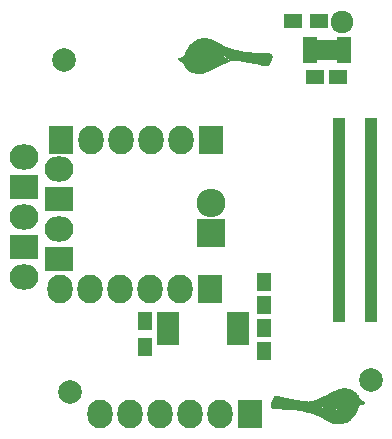
<source format=gbs>
G04 #@! TF.FileFunction,Soldermask,Bot*
%FSLAX46Y46*%
G04 Gerber Fmt 4.6, Leading zero omitted, Abs format (unit mm)*
G04 Created by KiCad (PCBNEW 4.0.1-stable) date Wednesday, March 23, 2016 'PMt' 11:14:25 PM*
%MOMM*%
G01*
G04 APERTURE LIST*
%ADD10C,0.100000*%
%ADD11C,0.010000*%
%ADD12C,2.000000*%
%ADD13O,2.432000X2.127200*%
%ADD14R,2.432000X2.127200*%
%ADD15R,1.060000X0.630000*%
%ADD16R,1.060000X0.750000*%
%ADD17R,1.600000X1.150000*%
%ADD18R,1.150000X0.700000*%
%ADD19R,1.275000X1.125000*%
%ADD20R,1.600000X1.300000*%
%ADD21C,1.924000*%
%ADD22R,2.127200X2.432000*%
%ADD23O,2.127200X2.432000*%
%ADD24R,2.432000X2.432000*%
%ADD25O,2.432000X2.432000*%
%ADD26R,1.150000X1.600000*%
%ADD27R,1.300000X1.600000*%
%ADD28R,1.850000X0.850000*%
G04 APERTURE END LIST*
D10*
D11*
G36*
X146441031Y-95576897D02*
X146478866Y-95575122D01*
X146514763Y-95572050D01*
X146550412Y-95567549D01*
X146587499Y-95561488D01*
X146612537Y-95556774D01*
X146649505Y-95549127D01*
X146684770Y-95540944D01*
X146719378Y-95531892D01*
X146754376Y-95521636D01*
X146790809Y-95509844D01*
X146829722Y-95496182D01*
X146872161Y-95480316D01*
X146919173Y-95461912D01*
X146954737Y-95447594D01*
X147001958Y-95428195D01*
X147049898Y-95408057D01*
X147098959Y-95386989D01*
X147149547Y-95364801D01*
X147202066Y-95341305D01*
X147256921Y-95316311D01*
X147314514Y-95289628D01*
X147375251Y-95261068D01*
X147439536Y-95230441D01*
X147507773Y-95197558D01*
X147580365Y-95162228D01*
X147657719Y-95124263D01*
X147740236Y-95083472D01*
X147828323Y-95039667D01*
X147886085Y-95010823D01*
X147967799Y-94970036D01*
X148043732Y-94932302D01*
X148114358Y-94897404D01*
X148180149Y-94865125D01*
X148241577Y-94835248D01*
X148299115Y-94807556D01*
X148353235Y-94781833D01*
X148404409Y-94757862D01*
X148453111Y-94735425D01*
X148499811Y-94714305D01*
X148544982Y-94694286D01*
X148589097Y-94675152D01*
X148632629Y-94656684D01*
X148676049Y-94638666D01*
X148719829Y-94620881D01*
X148764443Y-94603112D01*
X148810363Y-94585143D01*
X148827542Y-94578491D01*
X148851524Y-94569207D01*
X148873788Y-94560545D01*
X148893348Y-94552891D01*
X148909219Y-94546634D01*
X148920414Y-94542160D01*
X148925784Y-94539930D01*
X148935832Y-94535427D01*
X148920698Y-94516151D01*
X148908889Y-94502098D01*
X148892920Y-94484518D01*
X148873921Y-94464551D01*
X148853023Y-94443337D01*
X148831357Y-94422014D01*
X148810055Y-94401723D01*
X148790246Y-94383603D01*
X148781681Y-94376080D01*
X148706102Y-94314961D01*
X148624352Y-94256762D01*
X148536747Y-94201625D01*
X148443601Y-94149694D01*
X148345231Y-94101114D01*
X148241952Y-94056027D01*
X148134079Y-94014578D01*
X148021928Y-93976909D01*
X147905814Y-93943165D01*
X147786054Y-93913490D01*
X147746278Y-93904719D01*
X147687253Y-93892433D01*
X147633414Y-93881987D01*
X147583205Y-93873123D01*
X147535074Y-93865587D01*
X147487469Y-93859123D01*
X147438835Y-93853474D01*
X147428778Y-93852412D01*
X147408732Y-93850815D01*
X147383512Y-93849562D01*
X147354439Y-93848652D01*
X147322833Y-93848087D01*
X147290014Y-93847866D01*
X147257303Y-93847989D01*
X147226020Y-93848457D01*
X147197485Y-93849270D01*
X147173019Y-93850428D01*
X147153941Y-93851931D01*
X147150083Y-93852371D01*
X147079587Y-93863641D01*
X147014668Y-93879223D01*
X146955314Y-93899125D01*
X146901511Y-93923358D01*
X146853246Y-93951929D01*
X146810506Y-93984848D01*
X146773275Y-94022125D01*
X146741542Y-94063767D01*
X146715292Y-94109784D01*
X146695814Y-94156444D01*
X146686564Y-94184664D01*
X146679950Y-94210210D01*
X146675611Y-94235330D01*
X146673189Y-94262274D01*
X146672323Y-94293290D01*
X146672311Y-94303310D01*
X146672506Y-94360217D01*
X146649541Y-94362570D01*
X146626577Y-94364922D01*
X146576819Y-94330990D01*
X146577261Y-94281641D01*
X146581246Y-94223410D01*
X146592027Y-94166659D01*
X146609427Y-94111805D01*
X146633267Y-94059268D01*
X146663369Y-94009464D01*
X146699554Y-93962812D01*
X146724774Y-93935845D01*
X146765410Y-93899000D01*
X146809140Y-93866629D01*
X146856472Y-93838509D01*
X146907911Y-93814416D01*
X146963966Y-93794127D01*
X147025143Y-93777416D01*
X147091948Y-93764062D01*
X147125389Y-93758887D01*
X147146455Y-93756611D01*
X147173303Y-93754815D01*
X147204675Y-93753500D01*
X147239315Y-93752666D01*
X147275966Y-93752312D01*
X147313369Y-93752438D01*
X147350269Y-93753044D01*
X147385407Y-93754130D01*
X147417526Y-93755697D01*
X147445370Y-93757743D01*
X147457000Y-93758912D01*
X147571247Y-93774085D01*
X147686379Y-93793945D01*
X147801524Y-93818230D01*
X147915809Y-93846679D01*
X148028359Y-93879031D01*
X148138303Y-93915025D01*
X148244766Y-93954400D01*
X148346876Y-93996894D01*
X148443760Y-94042246D01*
X148498608Y-94070502D01*
X148581718Y-94117249D01*
X148660658Y-94166369D01*
X148734981Y-94217513D01*
X148804241Y-94270332D01*
X148867993Y-94324478D01*
X148925791Y-94379603D01*
X148977188Y-94435357D01*
X148998880Y-94461520D01*
X149013589Y-94479428D01*
X149024647Y-94491741D01*
X149032321Y-94498733D01*
X149036878Y-94500678D01*
X149037106Y-94500627D01*
X149051682Y-94496988D01*
X149072129Y-94492861D01*
X149097296Y-94488412D01*
X149126029Y-94483807D01*
X149157174Y-94479213D01*
X149189579Y-94474796D01*
X149222091Y-94470724D01*
X149253556Y-94467163D01*
X149282821Y-94464280D01*
X149296736Y-94463107D01*
X149326996Y-94461370D01*
X149360509Y-94460689D01*
X149397721Y-94461091D01*
X149439075Y-94462602D01*
X149485017Y-94465250D01*
X149535991Y-94469062D01*
X149592441Y-94474063D01*
X149654812Y-94480281D01*
X149723548Y-94487744D01*
X149744764Y-94490147D01*
X149842696Y-94501961D01*
X149947110Y-94515747D01*
X150057726Y-94531456D01*
X150174267Y-94549038D01*
X150296454Y-94568441D01*
X150424011Y-94589614D01*
X150556657Y-94612508D01*
X150694117Y-94637072D01*
X150836110Y-94663254D01*
X150982360Y-94691005D01*
X151132588Y-94720273D01*
X151286517Y-94751009D01*
X151443867Y-94783160D01*
X151604361Y-94816678D01*
X151767721Y-94851511D01*
X151933669Y-94887608D01*
X151961972Y-94893834D01*
X151993505Y-94900732D01*
X152023573Y-94907213D01*
X152051326Y-94913101D01*
X152075913Y-94918220D01*
X152096484Y-94922393D01*
X152112186Y-94925444D01*
X152122170Y-94927196D01*
X152124250Y-94927480D01*
X152151629Y-94927397D01*
X152180597Y-94921802D01*
X152209337Y-94911360D01*
X152236032Y-94896737D01*
X152258863Y-94878600D01*
X152259577Y-94877903D01*
X152270334Y-94865542D01*
X152283559Y-94847416D01*
X152298873Y-94824218D01*
X152315898Y-94796638D01*
X152334253Y-94765367D01*
X152353562Y-94731098D01*
X152373444Y-94694521D01*
X152393521Y-94656329D01*
X152413415Y-94617211D01*
X152432747Y-94577861D01*
X152451137Y-94538969D01*
X152468208Y-94501226D01*
X152476938Y-94481112D01*
X152504418Y-94412172D01*
X152526295Y-94347247D01*
X152542564Y-94286369D01*
X152553220Y-94229572D01*
X152558258Y-94176888D01*
X152557674Y-94128350D01*
X152551462Y-94083992D01*
X152540303Y-94045645D01*
X152530721Y-94025383D01*
X152517158Y-94003470D01*
X152501359Y-93982372D01*
X152485072Y-93964559D01*
X152479089Y-93959140D01*
X152463700Y-93947229D01*
X152447081Y-93936713D01*
X152428689Y-93927482D01*
X152407978Y-93919426D01*
X152384406Y-93912435D01*
X152357427Y-93906398D01*
X152326498Y-93901206D01*
X152291074Y-93896748D01*
X152250612Y-93892914D01*
X152204567Y-93889595D01*
X152152396Y-93886679D01*
X152111903Y-93884818D01*
X152092132Y-93884039D01*
X152066304Y-93883124D01*
X152035416Y-93882103D01*
X152000464Y-93881006D01*
X151962446Y-93879863D01*
X151922357Y-93878706D01*
X151881195Y-93877563D01*
X151839956Y-93876466D01*
X151819097Y-93875930D01*
X151713132Y-93873135D01*
X151613623Y-93870272D01*
X151519971Y-93867312D01*
X151431576Y-93864226D01*
X151347840Y-93860984D01*
X151268162Y-93857556D01*
X151191944Y-93853914D01*
X151118587Y-93850028D01*
X151047491Y-93845868D01*
X150978056Y-93841405D01*
X150909683Y-93836610D01*
X150841774Y-93831452D01*
X150773729Y-93825904D01*
X150737833Y-93822832D01*
X150585425Y-93808516D01*
X150438916Y-93792499D01*
X150297314Y-93774574D01*
X150159629Y-93754538D01*
X150024869Y-93732187D01*
X149892042Y-93707314D01*
X149760156Y-93679717D01*
X149628221Y-93649189D01*
X149495244Y-93615527D01*
X149360234Y-93578526D01*
X149222199Y-93537982D01*
X149080149Y-93493689D01*
X148972181Y-93458484D01*
X148915529Y-93439585D01*
X148863101Y-93421819D01*
X148814324Y-93404921D01*
X148768627Y-93388623D01*
X148725437Y-93372660D01*
X148684184Y-93356765D01*
X148644295Y-93340673D01*
X148605199Y-93324116D01*
X148566325Y-93306830D01*
X148527099Y-93288548D01*
X148486952Y-93269003D01*
X148445310Y-93247929D01*
X148401602Y-93225061D01*
X148355257Y-93200131D01*
X148305703Y-93172875D01*
X148252368Y-93143025D01*
X148194680Y-93110316D01*
X148132068Y-93074481D01*
X148067306Y-93037185D01*
X148017113Y-93008257D01*
X147972343Y-92982550D01*
X147932339Y-92959702D01*
X147896445Y-92939352D01*
X147864006Y-92921137D01*
X147834365Y-92904697D01*
X147806866Y-92889670D01*
X147780853Y-92875693D01*
X147755670Y-92862406D01*
X147730662Y-92849446D01*
X147705172Y-92836451D01*
X147682778Y-92825180D01*
X147617461Y-92793259D01*
X147556674Y-92765298D01*
X147499369Y-92740936D01*
X147444501Y-92719812D01*
X147391022Y-92701564D01*
X147337885Y-92685831D01*
X147284043Y-92672252D01*
X147228449Y-92660463D01*
X147180975Y-92651906D01*
X147121699Y-92642525D01*
X147067114Y-92635151D01*
X147015196Y-92629623D01*
X146963926Y-92625777D01*
X146911279Y-92623450D01*
X146855234Y-92622478D01*
X146816708Y-92622491D01*
X146790120Y-92622691D01*
X146765076Y-92622949D01*
X146742670Y-92623249D01*
X146723997Y-92623574D01*
X146710149Y-92623908D01*
X146702223Y-92624233D01*
X146702056Y-92624245D01*
X146611009Y-92633260D01*
X146521200Y-92646904D01*
X146433485Y-92664958D01*
X146348718Y-92687202D01*
X146267756Y-92713417D01*
X146191455Y-92743381D01*
X146133791Y-92770183D01*
X146047957Y-92817081D01*
X145964330Y-92870623D01*
X145882988Y-92930727D01*
X145804006Y-92997310D01*
X145727461Y-93070292D01*
X145653429Y-93149589D01*
X145581985Y-93235121D01*
X145513207Y-93326804D01*
X145447171Y-93424558D01*
X145383952Y-93528299D01*
X145323627Y-93637947D01*
X145319300Y-93646254D01*
X145282293Y-93721266D01*
X145247779Y-93799011D01*
X145215400Y-93880420D01*
X145184798Y-93966426D01*
X145155612Y-94057961D01*
X145139110Y-94114242D01*
X145131543Y-94140831D01*
X144885806Y-94239956D01*
X144846329Y-94255931D01*
X144808813Y-94271209D01*
X144773766Y-94285578D01*
X144741694Y-94298827D01*
X144713102Y-94310743D01*
X144688498Y-94321113D01*
X144668388Y-94329726D01*
X144653278Y-94336370D01*
X144643674Y-94340832D01*
X144640083Y-94342899D01*
X144640069Y-94342945D01*
X144642644Y-94345822D01*
X144650115Y-94353035D01*
X144662098Y-94364238D01*
X144678213Y-94379083D01*
X144698078Y-94397224D01*
X144721310Y-94418314D01*
X144747529Y-94442006D01*
X144776351Y-94467952D01*
X144807395Y-94495807D01*
X144840280Y-94525222D01*
X144865847Y-94548034D01*
X145091625Y-94749259D01*
X145106003Y-94788978D01*
X145134338Y-94859052D01*
X145167586Y-94925955D01*
X145206152Y-94990293D01*
X145250445Y-95052676D01*
X145300870Y-95113713D01*
X145357835Y-95174010D01*
X145374224Y-95190083D01*
X145441538Y-95250261D01*
X145514130Y-95305941D01*
X145591734Y-95356990D01*
X145674086Y-95403278D01*
X145760921Y-95444670D01*
X145851974Y-95481036D01*
X145946979Y-95512242D01*
X146045671Y-95538158D01*
X146091750Y-95548166D01*
X146136147Y-95556803D01*
X146175869Y-95563573D01*
X146212979Y-95568705D01*
X146249540Y-95572428D01*
X146287614Y-95574971D01*
X146329265Y-95576561D01*
X146352806Y-95577084D01*
X146399574Y-95577507D01*
X146441031Y-95576897D01*
X146441031Y-95576897D01*
G37*
X146441031Y-95576897D02*
X146478866Y-95575122D01*
X146514763Y-95572050D01*
X146550412Y-95567549D01*
X146587499Y-95561488D01*
X146612537Y-95556774D01*
X146649505Y-95549127D01*
X146684770Y-95540944D01*
X146719378Y-95531892D01*
X146754376Y-95521636D01*
X146790809Y-95509844D01*
X146829722Y-95496182D01*
X146872161Y-95480316D01*
X146919173Y-95461912D01*
X146954737Y-95447594D01*
X147001958Y-95428195D01*
X147049898Y-95408057D01*
X147098959Y-95386989D01*
X147149547Y-95364801D01*
X147202066Y-95341305D01*
X147256921Y-95316311D01*
X147314514Y-95289628D01*
X147375251Y-95261068D01*
X147439536Y-95230441D01*
X147507773Y-95197558D01*
X147580365Y-95162228D01*
X147657719Y-95124263D01*
X147740236Y-95083472D01*
X147828323Y-95039667D01*
X147886085Y-95010823D01*
X147967799Y-94970036D01*
X148043732Y-94932302D01*
X148114358Y-94897404D01*
X148180149Y-94865125D01*
X148241577Y-94835248D01*
X148299115Y-94807556D01*
X148353235Y-94781833D01*
X148404409Y-94757862D01*
X148453111Y-94735425D01*
X148499811Y-94714305D01*
X148544982Y-94694286D01*
X148589097Y-94675152D01*
X148632629Y-94656684D01*
X148676049Y-94638666D01*
X148719829Y-94620881D01*
X148764443Y-94603112D01*
X148810363Y-94585143D01*
X148827542Y-94578491D01*
X148851524Y-94569207D01*
X148873788Y-94560545D01*
X148893348Y-94552891D01*
X148909219Y-94546634D01*
X148920414Y-94542160D01*
X148925784Y-94539930D01*
X148935832Y-94535427D01*
X148920698Y-94516151D01*
X148908889Y-94502098D01*
X148892920Y-94484518D01*
X148873921Y-94464551D01*
X148853023Y-94443337D01*
X148831357Y-94422014D01*
X148810055Y-94401723D01*
X148790246Y-94383603D01*
X148781681Y-94376080D01*
X148706102Y-94314961D01*
X148624352Y-94256762D01*
X148536747Y-94201625D01*
X148443601Y-94149694D01*
X148345231Y-94101114D01*
X148241952Y-94056027D01*
X148134079Y-94014578D01*
X148021928Y-93976909D01*
X147905814Y-93943165D01*
X147786054Y-93913490D01*
X147746278Y-93904719D01*
X147687253Y-93892433D01*
X147633414Y-93881987D01*
X147583205Y-93873123D01*
X147535074Y-93865587D01*
X147487469Y-93859123D01*
X147438835Y-93853474D01*
X147428778Y-93852412D01*
X147408732Y-93850815D01*
X147383512Y-93849562D01*
X147354439Y-93848652D01*
X147322833Y-93848087D01*
X147290014Y-93847866D01*
X147257303Y-93847989D01*
X147226020Y-93848457D01*
X147197485Y-93849270D01*
X147173019Y-93850428D01*
X147153941Y-93851931D01*
X147150083Y-93852371D01*
X147079587Y-93863641D01*
X147014668Y-93879223D01*
X146955314Y-93899125D01*
X146901511Y-93923358D01*
X146853246Y-93951929D01*
X146810506Y-93984848D01*
X146773275Y-94022125D01*
X146741542Y-94063767D01*
X146715292Y-94109784D01*
X146695814Y-94156444D01*
X146686564Y-94184664D01*
X146679950Y-94210210D01*
X146675611Y-94235330D01*
X146673189Y-94262274D01*
X146672323Y-94293290D01*
X146672311Y-94303310D01*
X146672506Y-94360217D01*
X146649541Y-94362570D01*
X146626577Y-94364922D01*
X146576819Y-94330990D01*
X146577261Y-94281641D01*
X146581246Y-94223410D01*
X146592027Y-94166659D01*
X146609427Y-94111805D01*
X146633267Y-94059268D01*
X146663369Y-94009464D01*
X146699554Y-93962812D01*
X146724774Y-93935845D01*
X146765410Y-93899000D01*
X146809140Y-93866629D01*
X146856472Y-93838509D01*
X146907911Y-93814416D01*
X146963966Y-93794127D01*
X147025143Y-93777416D01*
X147091948Y-93764062D01*
X147125389Y-93758887D01*
X147146455Y-93756611D01*
X147173303Y-93754815D01*
X147204675Y-93753500D01*
X147239315Y-93752666D01*
X147275966Y-93752312D01*
X147313369Y-93752438D01*
X147350269Y-93753044D01*
X147385407Y-93754130D01*
X147417526Y-93755697D01*
X147445370Y-93757743D01*
X147457000Y-93758912D01*
X147571247Y-93774085D01*
X147686379Y-93793945D01*
X147801524Y-93818230D01*
X147915809Y-93846679D01*
X148028359Y-93879031D01*
X148138303Y-93915025D01*
X148244766Y-93954400D01*
X148346876Y-93996894D01*
X148443760Y-94042246D01*
X148498608Y-94070502D01*
X148581718Y-94117249D01*
X148660658Y-94166369D01*
X148734981Y-94217513D01*
X148804241Y-94270332D01*
X148867993Y-94324478D01*
X148925791Y-94379603D01*
X148977188Y-94435357D01*
X148998880Y-94461520D01*
X149013589Y-94479428D01*
X149024647Y-94491741D01*
X149032321Y-94498733D01*
X149036878Y-94500678D01*
X149037106Y-94500627D01*
X149051682Y-94496988D01*
X149072129Y-94492861D01*
X149097296Y-94488412D01*
X149126029Y-94483807D01*
X149157174Y-94479213D01*
X149189579Y-94474796D01*
X149222091Y-94470724D01*
X149253556Y-94467163D01*
X149282821Y-94464280D01*
X149296736Y-94463107D01*
X149326996Y-94461370D01*
X149360509Y-94460689D01*
X149397721Y-94461091D01*
X149439075Y-94462602D01*
X149485017Y-94465250D01*
X149535991Y-94469062D01*
X149592441Y-94474063D01*
X149654812Y-94480281D01*
X149723548Y-94487744D01*
X149744764Y-94490147D01*
X149842696Y-94501961D01*
X149947110Y-94515747D01*
X150057726Y-94531456D01*
X150174267Y-94549038D01*
X150296454Y-94568441D01*
X150424011Y-94589614D01*
X150556657Y-94612508D01*
X150694117Y-94637072D01*
X150836110Y-94663254D01*
X150982360Y-94691005D01*
X151132588Y-94720273D01*
X151286517Y-94751009D01*
X151443867Y-94783160D01*
X151604361Y-94816678D01*
X151767721Y-94851511D01*
X151933669Y-94887608D01*
X151961972Y-94893834D01*
X151993505Y-94900732D01*
X152023573Y-94907213D01*
X152051326Y-94913101D01*
X152075913Y-94918220D01*
X152096484Y-94922393D01*
X152112186Y-94925444D01*
X152122170Y-94927196D01*
X152124250Y-94927480D01*
X152151629Y-94927397D01*
X152180597Y-94921802D01*
X152209337Y-94911360D01*
X152236032Y-94896737D01*
X152258863Y-94878600D01*
X152259577Y-94877903D01*
X152270334Y-94865542D01*
X152283559Y-94847416D01*
X152298873Y-94824218D01*
X152315898Y-94796638D01*
X152334253Y-94765367D01*
X152353562Y-94731098D01*
X152373444Y-94694521D01*
X152393521Y-94656329D01*
X152413415Y-94617211D01*
X152432747Y-94577861D01*
X152451137Y-94538969D01*
X152468208Y-94501226D01*
X152476938Y-94481112D01*
X152504418Y-94412172D01*
X152526295Y-94347247D01*
X152542564Y-94286369D01*
X152553220Y-94229572D01*
X152558258Y-94176888D01*
X152557674Y-94128350D01*
X152551462Y-94083992D01*
X152540303Y-94045645D01*
X152530721Y-94025383D01*
X152517158Y-94003470D01*
X152501359Y-93982372D01*
X152485072Y-93964559D01*
X152479089Y-93959140D01*
X152463700Y-93947229D01*
X152447081Y-93936713D01*
X152428689Y-93927482D01*
X152407978Y-93919426D01*
X152384406Y-93912435D01*
X152357427Y-93906398D01*
X152326498Y-93901206D01*
X152291074Y-93896748D01*
X152250612Y-93892914D01*
X152204567Y-93889595D01*
X152152396Y-93886679D01*
X152111903Y-93884818D01*
X152092132Y-93884039D01*
X152066304Y-93883124D01*
X152035416Y-93882103D01*
X152000464Y-93881006D01*
X151962446Y-93879863D01*
X151922357Y-93878706D01*
X151881195Y-93877563D01*
X151839956Y-93876466D01*
X151819097Y-93875930D01*
X151713132Y-93873135D01*
X151613623Y-93870272D01*
X151519971Y-93867312D01*
X151431576Y-93864226D01*
X151347840Y-93860984D01*
X151268162Y-93857556D01*
X151191944Y-93853914D01*
X151118587Y-93850028D01*
X151047491Y-93845868D01*
X150978056Y-93841405D01*
X150909683Y-93836610D01*
X150841774Y-93831452D01*
X150773729Y-93825904D01*
X150737833Y-93822832D01*
X150585425Y-93808516D01*
X150438916Y-93792499D01*
X150297314Y-93774574D01*
X150159629Y-93754538D01*
X150024869Y-93732187D01*
X149892042Y-93707314D01*
X149760156Y-93679717D01*
X149628221Y-93649189D01*
X149495244Y-93615527D01*
X149360234Y-93578526D01*
X149222199Y-93537982D01*
X149080149Y-93493689D01*
X148972181Y-93458484D01*
X148915529Y-93439585D01*
X148863101Y-93421819D01*
X148814324Y-93404921D01*
X148768627Y-93388623D01*
X148725437Y-93372660D01*
X148684184Y-93356765D01*
X148644295Y-93340673D01*
X148605199Y-93324116D01*
X148566325Y-93306830D01*
X148527099Y-93288548D01*
X148486952Y-93269003D01*
X148445310Y-93247929D01*
X148401602Y-93225061D01*
X148355257Y-93200131D01*
X148305703Y-93172875D01*
X148252368Y-93143025D01*
X148194680Y-93110316D01*
X148132068Y-93074481D01*
X148067306Y-93037185D01*
X148017113Y-93008257D01*
X147972343Y-92982550D01*
X147932339Y-92959702D01*
X147896445Y-92939352D01*
X147864006Y-92921137D01*
X147834365Y-92904697D01*
X147806866Y-92889670D01*
X147780853Y-92875693D01*
X147755670Y-92862406D01*
X147730662Y-92849446D01*
X147705172Y-92836451D01*
X147682778Y-92825180D01*
X147617461Y-92793259D01*
X147556674Y-92765298D01*
X147499369Y-92740936D01*
X147444501Y-92719812D01*
X147391022Y-92701564D01*
X147337885Y-92685831D01*
X147284043Y-92672252D01*
X147228449Y-92660463D01*
X147180975Y-92651906D01*
X147121699Y-92642525D01*
X147067114Y-92635151D01*
X147015196Y-92629623D01*
X146963926Y-92625777D01*
X146911279Y-92623450D01*
X146855234Y-92622478D01*
X146816708Y-92622491D01*
X146790120Y-92622691D01*
X146765076Y-92622949D01*
X146742670Y-92623249D01*
X146723997Y-92623574D01*
X146710149Y-92623908D01*
X146702223Y-92624233D01*
X146702056Y-92624245D01*
X146611009Y-92633260D01*
X146521200Y-92646904D01*
X146433485Y-92664958D01*
X146348718Y-92687202D01*
X146267756Y-92713417D01*
X146191455Y-92743381D01*
X146133791Y-92770183D01*
X146047957Y-92817081D01*
X145964330Y-92870623D01*
X145882988Y-92930727D01*
X145804006Y-92997310D01*
X145727461Y-93070292D01*
X145653429Y-93149589D01*
X145581985Y-93235121D01*
X145513207Y-93326804D01*
X145447171Y-93424558D01*
X145383952Y-93528299D01*
X145323627Y-93637947D01*
X145319300Y-93646254D01*
X145282293Y-93721266D01*
X145247779Y-93799011D01*
X145215400Y-93880420D01*
X145184798Y-93966426D01*
X145155612Y-94057961D01*
X145139110Y-94114242D01*
X145131543Y-94140831D01*
X144885806Y-94239956D01*
X144846329Y-94255931D01*
X144808813Y-94271209D01*
X144773766Y-94285578D01*
X144741694Y-94298827D01*
X144713102Y-94310743D01*
X144688498Y-94321113D01*
X144668388Y-94329726D01*
X144653278Y-94336370D01*
X144643674Y-94340832D01*
X144640083Y-94342899D01*
X144640069Y-94342945D01*
X144642644Y-94345822D01*
X144650115Y-94353035D01*
X144662098Y-94364238D01*
X144678213Y-94379083D01*
X144698078Y-94397224D01*
X144721310Y-94418314D01*
X144747529Y-94442006D01*
X144776351Y-94467952D01*
X144807395Y-94495807D01*
X144840280Y-94525222D01*
X144865847Y-94548034D01*
X145091625Y-94749259D01*
X145106003Y-94788978D01*
X145134338Y-94859052D01*
X145167586Y-94925955D01*
X145206152Y-94990293D01*
X145250445Y-95052676D01*
X145300870Y-95113713D01*
X145357835Y-95174010D01*
X145374224Y-95190083D01*
X145441538Y-95250261D01*
X145514130Y-95305941D01*
X145591734Y-95356990D01*
X145674086Y-95403278D01*
X145760921Y-95444670D01*
X145851974Y-95481036D01*
X145946979Y-95512242D01*
X146045671Y-95538158D01*
X146091750Y-95548166D01*
X146136147Y-95556803D01*
X146175869Y-95563573D01*
X146212979Y-95568705D01*
X146249540Y-95572428D01*
X146287614Y-95574971D01*
X146329265Y-95576561D01*
X146352806Y-95577084D01*
X146399574Y-95577507D01*
X146441031Y-95576897D01*
G36*
X158598969Y-122263103D02*
X158561134Y-122264878D01*
X158525237Y-122267950D01*
X158489588Y-122272451D01*
X158452501Y-122278512D01*
X158427463Y-122283226D01*
X158390495Y-122290873D01*
X158355230Y-122299056D01*
X158320622Y-122308108D01*
X158285624Y-122318364D01*
X158249191Y-122330156D01*
X158210278Y-122343818D01*
X158167839Y-122359684D01*
X158120827Y-122378088D01*
X158085263Y-122392406D01*
X158038042Y-122411805D01*
X157990102Y-122431943D01*
X157941041Y-122453011D01*
X157890453Y-122475199D01*
X157837934Y-122498695D01*
X157783079Y-122523689D01*
X157725486Y-122550372D01*
X157664749Y-122578932D01*
X157600464Y-122609559D01*
X157532227Y-122642442D01*
X157459635Y-122677772D01*
X157382281Y-122715737D01*
X157299764Y-122756528D01*
X157211677Y-122800333D01*
X157153915Y-122829177D01*
X157072201Y-122869964D01*
X156996268Y-122907698D01*
X156925642Y-122942596D01*
X156859851Y-122974875D01*
X156798423Y-123004752D01*
X156740885Y-123032444D01*
X156686765Y-123058167D01*
X156635591Y-123082138D01*
X156586889Y-123104575D01*
X156540189Y-123125695D01*
X156495018Y-123145714D01*
X156450903Y-123164848D01*
X156407371Y-123183316D01*
X156363951Y-123201334D01*
X156320171Y-123219119D01*
X156275557Y-123236888D01*
X156229637Y-123254857D01*
X156212458Y-123261509D01*
X156188476Y-123270793D01*
X156166212Y-123279455D01*
X156146652Y-123287109D01*
X156130781Y-123293366D01*
X156119586Y-123297840D01*
X156114216Y-123300070D01*
X156104168Y-123304573D01*
X156119302Y-123323849D01*
X156131111Y-123337902D01*
X156147080Y-123355482D01*
X156166079Y-123375449D01*
X156186977Y-123396663D01*
X156208643Y-123417986D01*
X156229945Y-123438277D01*
X156249754Y-123456397D01*
X156258319Y-123463920D01*
X156333898Y-123525039D01*
X156415648Y-123583238D01*
X156503253Y-123638375D01*
X156596399Y-123690306D01*
X156694769Y-123738886D01*
X156798048Y-123783973D01*
X156905921Y-123825422D01*
X157018072Y-123863091D01*
X157134186Y-123896835D01*
X157253946Y-123926510D01*
X157293722Y-123935281D01*
X157352747Y-123947567D01*
X157406586Y-123958013D01*
X157456795Y-123966877D01*
X157504926Y-123974413D01*
X157552531Y-123980877D01*
X157601165Y-123986526D01*
X157611222Y-123987588D01*
X157631268Y-123989185D01*
X157656488Y-123990438D01*
X157685561Y-123991348D01*
X157717167Y-123991913D01*
X157749986Y-123992134D01*
X157782697Y-123992011D01*
X157813980Y-123991543D01*
X157842515Y-123990730D01*
X157866981Y-123989572D01*
X157886059Y-123988069D01*
X157889917Y-123987629D01*
X157960413Y-123976359D01*
X158025332Y-123960777D01*
X158084686Y-123940875D01*
X158138489Y-123916642D01*
X158186754Y-123888071D01*
X158229494Y-123855152D01*
X158266725Y-123817875D01*
X158298458Y-123776233D01*
X158324708Y-123730216D01*
X158344186Y-123683556D01*
X158353436Y-123655336D01*
X158360050Y-123629790D01*
X158364389Y-123604670D01*
X158366811Y-123577726D01*
X158367677Y-123546710D01*
X158367689Y-123536690D01*
X158367494Y-123479783D01*
X158390459Y-123477430D01*
X158413423Y-123475078D01*
X158463181Y-123509010D01*
X158462739Y-123558359D01*
X158458754Y-123616590D01*
X158447973Y-123673341D01*
X158430573Y-123728195D01*
X158406733Y-123780732D01*
X158376631Y-123830536D01*
X158340446Y-123877188D01*
X158315226Y-123904155D01*
X158274590Y-123941000D01*
X158230860Y-123973371D01*
X158183528Y-124001491D01*
X158132089Y-124025584D01*
X158076034Y-124045873D01*
X158014857Y-124062584D01*
X157948052Y-124075938D01*
X157914611Y-124081113D01*
X157893545Y-124083389D01*
X157866697Y-124085185D01*
X157835325Y-124086500D01*
X157800685Y-124087334D01*
X157764034Y-124087688D01*
X157726631Y-124087562D01*
X157689731Y-124086956D01*
X157654593Y-124085870D01*
X157622474Y-124084303D01*
X157594630Y-124082257D01*
X157583000Y-124081088D01*
X157468753Y-124065915D01*
X157353621Y-124046055D01*
X157238476Y-124021770D01*
X157124191Y-123993321D01*
X157011641Y-123960969D01*
X156901697Y-123924975D01*
X156795234Y-123885600D01*
X156693124Y-123843106D01*
X156596240Y-123797754D01*
X156541392Y-123769498D01*
X156458282Y-123722751D01*
X156379342Y-123673631D01*
X156305019Y-123622487D01*
X156235759Y-123569668D01*
X156172007Y-123515522D01*
X156114209Y-123460397D01*
X156062812Y-123404643D01*
X156041120Y-123378480D01*
X156026411Y-123360572D01*
X156015353Y-123348259D01*
X156007679Y-123341267D01*
X156003122Y-123339322D01*
X156002894Y-123339373D01*
X155988318Y-123343012D01*
X155967871Y-123347139D01*
X155942704Y-123351588D01*
X155913971Y-123356193D01*
X155882826Y-123360787D01*
X155850421Y-123365204D01*
X155817909Y-123369276D01*
X155786444Y-123372837D01*
X155757179Y-123375720D01*
X155743264Y-123376893D01*
X155713004Y-123378630D01*
X155679491Y-123379311D01*
X155642279Y-123378909D01*
X155600925Y-123377398D01*
X155554983Y-123374750D01*
X155504009Y-123370938D01*
X155447559Y-123365937D01*
X155385188Y-123359719D01*
X155316452Y-123352256D01*
X155295236Y-123349853D01*
X155197304Y-123338039D01*
X155092890Y-123324253D01*
X154982274Y-123308544D01*
X154865733Y-123290962D01*
X154743546Y-123271559D01*
X154615989Y-123250386D01*
X154483343Y-123227492D01*
X154345883Y-123202928D01*
X154203890Y-123176746D01*
X154057640Y-123148995D01*
X153907412Y-123119727D01*
X153753483Y-123088991D01*
X153596133Y-123056840D01*
X153435639Y-123023322D01*
X153272279Y-122988489D01*
X153106331Y-122952392D01*
X153078028Y-122946166D01*
X153046495Y-122939268D01*
X153016427Y-122932787D01*
X152988674Y-122926899D01*
X152964087Y-122921780D01*
X152943516Y-122917607D01*
X152927814Y-122914556D01*
X152917830Y-122912804D01*
X152915750Y-122912520D01*
X152888371Y-122912603D01*
X152859403Y-122918198D01*
X152830663Y-122928640D01*
X152803968Y-122943263D01*
X152781137Y-122961400D01*
X152780423Y-122962097D01*
X152769666Y-122974458D01*
X152756441Y-122992584D01*
X152741127Y-123015782D01*
X152724102Y-123043362D01*
X152705747Y-123074633D01*
X152686438Y-123108902D01*
X152666556Y-123145479D01*
X152646479Y-123183671D01*
X152626585Y-123222789D01*
X152607253Y-123262139D01*
X152588863Y-123301031D01*
X152571792Y-123338774D01*
X152563062Y-123358888D01*
X152535582Y-123427828D01*
X152513705Y-123492753D01*
X152497436Y-123553631D01*
X152486780Y-123610428D01*
X152481742Y-123663112D01*
X152482326Y-123711650D01*
X152488538Y-123756008D01*
X152499697Y-123794355D01*
X152509279Y-123814617D01*
X152522842Y-123836530D01*
X152538641Y-123857628D01*
X152554928Y-123875441D01*
X152560911Y-123880860D01*
X152576300Y-123892771D01*
X152592919Y-123903287D01*
X152611311Y-123912518D01*
X152632022Y-123920574D01*
X152655594Y-123927565D01*
X152682573Y-123933602D01*
X152713502Y-123938794D01*
X152748926Y-123943252D01*
X152789388Y-123947086D01*
X152835433Y-123950405D01*
X152887604Y-123953321D01*
X152928097Y-123955182D01*
X152947868Y-123955961D01*
X152973696Y-123956876D01*
X153004584Y-123957897D01*
X153039536Y-123958994D01*
X153077554Y-123960137D01*
X153117643Y-123961294D01*
X153158805Y-123962437D01*
X153200044Y-123963534D01*
X153220903Y-123964070D01*
X153326868Y-123966865D01*
X153426377Y-123969728D01*
X153520029Y-123972688D01*
X153608424Y-123975774D01*
X153692160Y-123979016D01*
X153771838Y-123982444D01*
X153848056Y-123986086D01*
X153921413Y-123989972D01*
X153992509Y-123994132D01*
X154061944Y-123998595D01*
X154130317Y-124003390D01*
X154198226Y-124008548D01*
X154266271Y-124014096D01*
X154302167Y-124017168D01*
X154454575Y-124031484D01*
X154601084Y-124047501D01*
X154742686Y-124065426D01*
X154880371Y-124085462D01*
X155015131Y-124107813D01*
X155147958Y-124132686D01*
X155279844Y-124160283D01*
X155411779Y-124190811D01*
X155544756Y-124224473D01*
X155679766Y-124261474D01*
X155817801Y-124302018D01*
X155959851Y-124346311D01*
X156067819Y-124381516D01*
X156124471Y-124400415D01*
X156176899Y-124418181D01*
X156225676Y-124435079D01*
X156271373Y-124451377D01*
X156314563Y-124467340D01*
X156355816Y-124483235D01*
X156395705Y-124499327D01*
X156434801Y-124515884D01*
X156473675Y-124533170D01*
X156512901Y-124551452D01*
X156553048Y-124570997D01*
X156594690Y-124592071D01*
X156638398Y-124614939D01*
X156684743Y-124639869D01*
X156734297Y-124667125D01*
X156787632Y-124696975D01*
X156845320Y-124729684D01*
X156907932Y-124765519D01*
X156972694Y-124802815D01*
X157022887Y-124831743D01*
X157067657Y-124857450D01*
X157107661Y-124880298D01*
X157143555Y-124900648D01*
X157175994Y-124918863D01*
X157205635Y-124935303D01*
X157233134Y-124950330D01*
X157259147Y-124964307D01*
X157284330Y-124977594D01*
X157309338Y-124990554D01*
X157334828Y-125003549D01*
X157357222Y-125014820D01*
X157422539Y-125046741D01*
X157483326Y-125074702D01*
X157540631Y-125099064D01*
X157595499Y-125120188D01*
X157648978Y-125138436D01*
X157702115Y-125154169D01*
X157755957Y-125167748D01*
X157811551Y-125179537D01*
X157859025Y-125188094D01*
X157918301Y-125197475D01*
X157972886Y-125204849D01*
X158024804Y-125210377D01*
X158076074Y-125214223D01*
X158128721Y-125216550D01*
X158184766Y-125217522D01*
X158223292Y-125217509D01*
X158249880Y-125217309D01*
X158274924Y-125217051D01*
X158297330Y-125216751D01*
X158316003Y-125216426D01*
X158329851Y-125216092D01*
X158337777Y-125215767D01*
X158337944Y-125215755D01*
X158428991Y-125206740D01*
X158518800Y-125193096D01*
X158606515Y-125175042D01*
X158691282Y-125152798D01*
X158772244Y-125126583D01*
X158848545Y-125096619D01*
X158906209Y-125069817D01*
X158992043Y-125022919D01*
X159075670Y-124969377D01*
X159157012Y-124909273D01*
X159235994Y-124842690D01*
X159312539Y-124769708D01*
X159386571Y-124690411D01*
X159458015Y-124604879D01*
X159526793Y-124513196D01*
X159592829Y-124415442D01*
X159656048Y-124311701D01*
X159716373Y-124202053D01*
X159720700Y-124193746D01*
X159757707Y-124118734D01*
X159792221Y-124040989D01*
X159824600Y-123959580D01*
X159855202Y-123873574D01*
X159884388Y-123782039D01*
X159900890Y-123725758D01*
X159908457Y-123699169D01*
X160154194Y-123600044D01*
X160193671Y-123584069D01*
X160231187Y-123568791D01*
X160266234Y-123554422D01*
X160298306Y-123541173D01*
X160326898Y-123529257D01*
X160351502Y-123518887D01*
X160371612Y-123510274D01*
X160386722Y-123503630D01*
X160396326Y-123499168D01*
X160399917Y-123497101D01*
X160399931Y-123497055D01*
X160397356Y-123494178D01*
X160389885Y-123486965D01*
X160377902Y-123475762D01*
X160361787Y-123460917D01*
X160341922Y-123442776D01*
X160318690Y-123421686D01*
X160292471Y-123397994D01*
X160263649Y-123372048D01*
X160232605Y-123344193D01*
X160199720Y-123314778D01*
X160174153Y-123291966D01*
X159948375Y-123090741D01*
X159933997Y-123051022D01*
X159905662Y-122980948D01*
X159872414Y-122914045D01*
X159833848Y-122849707D01*
X159789555Y-122787324D01*
X159739130Y-122726287D01*
X159682165Y-122665990D01*
X159665776Y-122649917D01*
X159598462Y-122589739D01*
X159525870Y-122534059D01*
X159448266Y-122483010D01*
X159365914Y-122436722D01*
X159279079Y-122395330D01*
X159188026Y-122358964D01*
X159093021Y-122327758D01*
X158994329Y-122301842D01*
X158948250Y-122291834D01*
X158903853Y-122283197D01*
X158864131Y-122276427D01*
X158827021Y-122271295D01*
X158790460Y-122267572D01*
X158752386Y-122265029D01*
X158710735Y-122263439D01*
X158687194Y-122262916D01*
X158640426Y-122262493D01*
X158598969Y-122263103D01*
X158598969Y-122263103D01*
G37*
X158598969Y-122263103D02*
X158561134Y-122264878D01*
X158525237Y-122267950D01*
X158489588Y-122272451D01*
X158452501Y-122278512D01*
X158427463Y-122283226D01*
X158390495Y-122290873D01*
X158355230Y-122299056D01*
X158320622Y-122308108D01*
X158285624Y-122318364D01*
X158249191Y-122330156D01*
X158210278Y-122343818D01*
X158167839Y-122359684D01*
X158120827Y-122378088D01*
X158085263Y-122392406D01*
X158038042Y-122411805D01*
X157990102Y-122431943D01*
X157941041Y-122453011D01*
X157890453Y-122475199D01*
X157837934Y-122498695D01*
X157783079Y-122523689D01*
X157725486Y-122550372D01*
X157664749Y-122578932D01*
X157600464Y-122609559D01*
X157532227Y-122642442D01*
X157459635Y-122677772D01*
X157382281Y-122715737D01*
X157299764Y-122756528D01*
X157211677Y-122800333D01*
X157153915Y-122829177D01*
X157072201Y-122869964D01*
X156996268Y-122907698D01*
X156925642Y-122942596D01*
X156859851Y-122974875D01*
X156798423Y-123004752D01*
X156740885Y-123032444D01*
X156686765Y-123058167D01*
X156635591Y-123082138D01*
X156586889Y-123104575D01*
X156540189Y-123125695D01*
X156495018Y-123145714D01*
X156450903Y-123164848D01*
X156407371Y-123183316D01*
X156363951Y-123201334D01*
X156320171Y-123219119D01*
X156275557Y-123236888D01*
X156229637Y-123254857D01*
X156212458Y-123261509D01*
X156188476Y-123270793D01*
X156166212Y-123279455D01*
X156146652Y-123287109D01*
X156130781Y-123293366D01*
X156119586Y-123297840D01*
X156114216Y-123300070D01*
X156104168Y-123304573D01*
X156119302Y-123323849D01*
X156131111Y-123337902D01*
X156147080Y-123355482D01*
X156166079Y-123375449D01*
X156186977Y-123396663D01*
X156208643Y-123417986D01*
X156229945Y-123438277D01*
X156249754Y-123456397D01*
X156258319Y-123463920D01*
X156333898Y-123525039D01*
X156415648Y-123583238D01*
X156503253Y-123638375D01*
X156596399Y-123690306D01*
X156694769Y-123738886D01*
X156798048Y-123783973D01*
X156905921Y-123825422D01*
X157018072Y-123863091D01*
X157134186Y-123896835D01*
X157253946Y-123926510D01*
X157293722Y-123935281D01*
X157352747Y-123947567D01*
X157406586Y-123958013D01*
X157456795Y-123966877D01*
X157504926Y-123974413D01*
X157552531Y-123980877D01*
X157601165Y-123986526D01*
X157611222Y-123987588D01*
X157631268Y-123989185D01*
X157656488Y-123990438D01*
X157685561Y-123991348D01*
X157717167Y-123991913D01*
X157749986Y-123992134D01*
X157782697Y-123992011D01*
X157813980Y-123991543D01*
X157842515Y-123990730D01*
X157866981Y-123989572D01*
X157886059Y-123988069D01*
X157889917Y-123987629D01*
X157960413Y-123976359D01*
X158025332Y-123960777D01*
X158084686Y-123940875D01*
X158138489Y-123916642D01*
X158186754Y-123888071D01*
X158229494Y-123855152D01*
X158266725Y-123817875D01*
X158298458Y-123776233D01*
X158324708Y-123730216D01*
X158344186Y-123683556D01*
X158353436Y-123655336D01*
X158360050Y-123629790D01*
X158364389Y-123604670D01*
X158366811Y-123577726D01*
X158367677Y-123546710D01*
X158367689Y-123536690D01*
X158367494Y-123479783D01*
X158390459Y-123477430D01*
X158413423Y-123475078D01*
X158463181Y-123509010D01*
X158462739Y-123558359D01*
X158458754Y-123616590D01*
X158447973Y-123673341D01*
X158430573Y-123728195D01*
X158406733Y-123780732D01*
X158376631Y-123830536D01*
X158340446Y-123877188D01*
X158315226Y-123904155D01*
X158274590Y-123941000D01*
X158230860Y-123973371D01*
X158183528Y-124001491D01*
X158132089Y-124025584D01*
X158076034Y-124045873D01*
X158014857Y-124062584D01*
X157948052Y-124075938D01*
X157914611Y-124081113D01*
X157893545Y-124083389D01*
X157866697Y-124085185D01*
X157835325Y-124086500D01*
X157800685Y-124087334D01*
X157764034Y-124087688D01*
X157726631Y-124087562D01*
X157689731Y-124086956D01*
X157654593Y-124085870D01*
X157622474Y-124084303D01*
X157594630Y-124082257D01*
X157583000Y-124081088D01*
X157468753Y-124065915D01*
X157353621Y-124046055D01*
X157238476Y-124021770D01*
X157124191Y-123993321D01*
X157011641Y-123960969D01*
X156901697Y-123924975D01*
X156795234Y-123885600D01*
X156693124Y-123843106D01*
X156596240Y-123797754D01*
X156541392Y-123769498D01*
X156458282Y-123722751D01*
X156379342Y-123673631D01*
X156305019Y-123622487D01*
X156235759Y-123569668D01*
X156172007Y-123515522D01*
X156114209Y-123460397D01*
X156062812Y-123404643D01*
X156041120Y-123378480D01*
X156026411Y-123360572D01*
X156015353Y-123348259D01*
X156007679Y-123341267D01*
X156003122Y-123339322D01*
X156002894Y-123339373D01*
X155988318Y-123343012D01*
X155967871Y-123347139D01*
X155942704Y-123351588D01*
X155913971Y-123356193D01*
X155882826Y-123360787D01*
X155850421Y-123365204D01*
X155817909Y-123369276D01*
X155786444Y-123372837D01*
X155757179Y-123375720D01*
X155743264Y-123376893D01*
X155713004Y-123378630D01*
X155679491Y-123379311D01*
X155642279Y-123378909D01*
X155600925Y-123377398D01*
X155554983Y-123374750D01*
X155504009Y-123370938D01*
X155447559Y-123365937D01*
X155385188Y-123359719D01*
X155316452Y-123352256D01*
X155295236Y-123349853D01*
X155197304Y-123338039D01*
X155092890Y-123324253D01*
X154982274Y-123308544D01*
X154865733Y-123290962D01*
X154743546Y-123271559D01*
X154615989Y-123250386D01*
X154483343Y-123227492D01*
X154345883Y-123202928D01*
X154203890Y-123176746D01*
X154057640Y-123148995D01*
X153907412Y-123119727D01*
X153753483Y-123088991D01*
X153596133Y-123056840D01*
X153435639Y-123023322D01*
X153272279Y-122988489D01*
X153106331Y-122952392D01*
X153078028Y-122946166D01*
X153046495Y-122939268D01*
X153016427Y-122932787D01*
X152988674Y-122926899D01*
X152964087Y-122921780D01*
X152943516Y-122917607D01*
X152927814Y-122914556D01*
X152917830Y-122912804D01*
X152915750Y-122912520D01*
X152888371Y-122912603D01*
X152859403Y-122918198D01*
X152830663Y-122928640D01*
X152803968Y-122943263D01*
X152781137Y-122961400D01*
X152780423Y-122962097D01*
X152769666Y-122974458D01*
X152756441Y-122992584D01*
X152741127Y-123015782D01*
X152724102Y-123043362D01*
X152705747Y-123074633D01*
X152686438Y-123108902D01*
X152666556Y-123145479D01*
X152646479Y-123183671D01*
X152626585Y-123222789D01*
X152607253Y-123262139D01*
X152588863Y-123301031D01*
X152571792Y-123338774D01*
X152563062Y-123358888D01*
X152535582Y-123427828D01*
X152513705Y-123492753D01*
X152497436Y-123553631D01*
X152486780Y-123610428D01*
X152481742Y-123663112D01*
X152482326Y-123711650D01*
X152488538Y-123756008D01*
X152499697Y-123794355D01*
X152509279Y-123814617D01*
X152522842Y-123836530D01*
X152538641Y-123857628D01*
X152554928Y-123875441D01*
X152560911Y-123880860D01*
X152576300Y-123892771D01*
X152592919Y-123903287D01*
X152611311Y-123912518D01*
X152632022Y-123920574D01*
X152655594Y-123927565D01*
X152682573Y-123933602D01*
X152713502Y-123938794D01*
X152748926Y-123943252D01*
X152789388Y-123947086D01*
X152835433Y-123950405D01*
X152887604Y-123953321D01*
X152928097Y-123955182D01*
X152947868Y-123955961D01*
X152973696Y-123956876D01*
X153004584Y-123957897D01*
X153039536Y-123958994D01*
X153077554Y-123960137D01*
X153117643Y-123961294D01*
X153158805Y-123962437D01*
X153200044Y-123963534D01*
X153220903Y-123964070D01*
X153326868Y-123966865D01*
X153426377Y-123969728D01*
X153520029Y-123972688D01*
X153608424Y-123975774D01*
X153692160Y-123979016D01*
X153771838Y-123982444D01*
X153848056Y-123986086D01*
X153921413Y-123989972D01*
X153992509Y-123994132D01*
X154061944Y-123998595D01*
X154130317Y-124003390D01*
X154198226Y-124008548D01*
X154266271Y-124014096D01*
X154302167Y-124017168D01*
X154454575Y-124031484D01*
X154601084Y-124047501D01*
X154742686Y-124065426D01*
X154880371Y-124085462D01*
X155015131Y-124107813D01*
X155147958Y-124132686D01*
X155279844Y-124160283D01*
X155411779Y-124190811D01*
X155544756Y-124224473D01*
X155679766Y-124261474D01*
X155817801Y-124302018D01*
X155959851Y-124346311D01*
X156067819Y-124381516D01*
X156124471Y-124400415D01*
X156176899Y-124418181D01*
X156225676Y-124435079D01*
X156271373Y-124451377D01*
X156314563Y-124467340D01*
X156355816Y-124483235D01*
X156395705Y-124499327D01*
X156434801Y-124515884D01*
X156473675Y-124533170D01*
X156512901Y-124551452D01*
X156553048Y-124570997D01*
X156594690Y-124592071D01*
X156638398Y-124614939D01*
X156684743Y-124639869D01*
X156734297Y-124667125D01*
X156787632Y-124696975D01*
X156845320Y-124729684D01*
X156907932Y-124765519D01*
X156972694Y-124802815D01*
X157022887Y-124831743D01*
X157067657Y-124857450D01*
X157107661Y-124880298D01*
X157143555Y-124900648D01*
X157175994Y-124918863D01*
X157205635Y-124935303D01*
X157233134Y-124950330D01*
X157259147Y-124964307D01*
X157284330Y-124977594D01*
X157309338Y-124990554D01*
X157334828Y-125003549D01*
X157357222Y-125014820D01*
X157422539Y-125046741D01*
X157483326Y-125074702D01*
X157540631Y-125099064D01*
X157595499Y-125120188D01*
X157648978Y-125138436D01*
X157702115Y-125154169D01*
X157755957Y-125167748D01*
X157811551Y-125179537D01*
X157859025Y-125188094D01*
X157918301Y-125197475D01*
X157972886Y-125204849D01*
X158024804Y-125210377D01*
X158076074Y-125214223D01*
X158128721Y-125216550D01*
X158184766Y-125217522D01*
X158223292Y-125217509D01*
X158249880Y-125217309D01*
X158274924Y-125217051D01*
X158297330Y-125216751D01*
X158316003Y-125216426D01*
X158329851Y-125216092D01*
X158337777Y-125215767D01*
X158337944Y-125215755D01*
X158428991Y-125206740D01*
X158518800Y-125193096D01*
X158606515Y-125175042D01*
X158691282Y-125152798D01*
X158772244Y-125126583D01*
X158848545Y-125096619D01*
X158906209Y-125069817D01*
X158992043Y-125022919D01*
X159075670Y-124969377D01*
X159157012Y-124909273D01*
X159235994Y-124842690D01*
X159312539Y-124769708D01*
X159386571Y-124690411D01*
X159458015Y-124604879D01*
X159526793Y-124513196D01*
X159592829Y-124415442D01*
X159656048Y-124311701D01*
X159716373Y-124202053D01*
X159720700Y-124193746D01*
X159757707Y-124118734D01*
X159792221Y-124040989D01*
X159824600Y-123959580D01*
X159855202Y-123873574D01*
X159884388Y-123782039D01*
X159900890Y-123725758D01*
X159908457Y-123699169D01*
X160154194Y-123600044D01*
X160193671Y-123584069D01*
X160231187Y-123568791D01*
X160266234Y-123554422D01*
X160298306Y-123541173D01*
X160326898Y-123529257D01*
X160351502Y-123518887D01*
X160371612Y-123510274D01*
X160386722Y-123503630D01*
X160396326Y-123499168D01*
X160399917Y-123497101D01*
X160399931Y-123497055D01*
X160397356Y-123494178D01*
X160389885Y-123486965D01*
X160377902Y-123475762D01*
X160361787Y-123460917D01*
X160341922Y-123442776D01*
X160318690Y-123421686D01*
X160292471Y-123397994D01*
X160263649Y-123372048D01*
X160232605Y-123344193D01*
X160199720Y-123314778D01*
X160174153Y-123291966D01*
X159948375Y-123090741D01*
X159933997Y-123051022D01*
X159905662Y-122980948D01*
X159872414Y-122914045D01*
X159833848Y-122849707D01*
X159789555Y-122787324D01*
X159739130Y-122726287D01*
X159682165Y-122665990D01*
X159665776Y-122649917D01*
X159598462Y-122589739D01*
X159525870Y-122534059D01*
X159448266Y-122483010D01*
X159365914Y-122436722D01*
X159279079Y-122395330D01*
X159188026Y-122358964D01*
X159093021Y-122327758D01*
X158994329Y-122301842D01*
X158948250Y-122291834D01*
X158903853Y-122283197D01*
X158864131Y-122276427D01*
X158827021Y-122271295D01*
X158790460Y-122267572D01*
X158752386Y-122265029D01*
X158710735Y-122263439D01*
X158687194Y-122262916D01*
X158640426Y-122262493D01*
X158598969Y-122263103D01*
D12*
X160940000Y-121520000D03*
X135450000Y-122570000D03*
X135010000Y-94490000D03*
D13*
X131570000Y-112820000D03*
D14*
X131570000Y-110280000D03*
D13*
X131570000Y-107740000D03*
D14*
X131570000Y-105200000D03*
D13*
X131570000Y-102660000D03*
X134550000Y-103700000D03*
D14*
X134550000Y-106240000D03*
D13*
X134550000Y-108780000D03*
D14*
X134550000Y-111320000D03*
D15*
X161005000Y-115800000D03*
X158295000Y-115800000D03*
X161005000Y-100200000D03*
X158295000Y-100200000D03*
X161005000Y-115400000D03*
X161005000Y-115000000D03*
X161005000Y-114600000D03*
X161005000Y-114200000D03*
X161005000Y-113800000D03*
X161005000Y-113400000D03*
X161005000Y-113000000D03*
X161005000Y-112600000D03*
X161005000Y-112200000D03*
X161005000Y-111800000D03*
X161005000Y-111400000D03*
X161005000Y-111000000D03*
X161005000Y-110600000D03*
X161005000Y-110200000D03*
X161005000Y-109800000D03*
X161005000Y-109400000D03*
X161005000Y-109000000D03*
X161005000Y-108600000D03*
X161005000Y-108200000D03*
X161005000Y-107800000D03*
X161005000Y-107400000D03*
X161005000Y-107000000D03*
X161005000Y-106600000D03*
X161005000Y-106200000D03*
X161005000Y-105800000D03*
X161005000Y-105400000D03*
X161005000Y-105000000D03*
X161005000Y-104600000D03*
X161005000Y-104200000D03*
X161005000Y-103800000D03*
X161005000Y-103400000D03*
X161005000Y-103000000D03*
X161005000Y-102600000D03*
X161005000Y-102200000D03*
X161005000Y-101800000D03*
X161005000Y-101400000D03*
X161005000Y-101000000D03*
X161005000Y-100600000D03*
D16*
X161005000Y-99725000D03*
X158295000Y-99725000D03*
X161005000Y-116275000D03*
X158295000Y-116275000D03*
D15*
X158295000Y-100600000D03*
X158295000Y-101000000D03*
X158295000Y-101400000D03*
X158295000Y-101800000D03*
X158295000Y-102200000D03*
X158295000Y-102600000D03*
X158295000Y-103000000D03*
X158295000Y-103400000D03*
X158295000Y-103800000D03*
X158295000Y-104200000D03*
X158295000Y-104600000D03*
X158295000Y-105000000D03*
X158295000Y-105400000D03*
X158295000Y-105800000D03*
X158295000Y-106200000D03*
X158295000Y-106600000D03*
X158295000Y-107000000D03*
X158295000Y-107400000D03*
X158295000Y-107800000D03*
X158295000Y-108200000D03*
X158295000Y-108600000D03*
X158295000Y-109000000D03*
X158295000Y-109400000D03*
X158295000Y-109800000D03*
X158295000Y-110200000D03*
X158295000Y-110600000D03*
X158295000Y-111000000D03*
X158295000Y-111400000D03*
X158295000Y-111800000D03*
X158295000Y-112200000D03*
X158295000Y-112600000D03*
X158295000Y-113000000D03*
X158295000Y-113400000D03*
X158295000Y-113800000D03*
X158295000Y-114200000D03*
X158295000Y-114600000D03*
X158295000Y-115000000D03*
X158295000Y-115400000D03*
D17*
X156250000Y-95900000D03*
X158150000Y-95900000D03*
D18*
X158712500Y-92862500D03*
X158712500Y-93362500D03*
X158712500Y-93862500D03*
X158712500Y-94362500D03*
X155812500Y-94362500D03*
X155812500Y-93862500D03*
X155812500Y-93362500D03*
X155812500Y-92862500D03*
D19*
X156825000Y-93975000D03*
X156825000Y-93250000D03*
X157700000Y-93975000D03*
X157700000Y-93250000D03*
D20*
X156550000Y-91200000D03*
X154350000Y-91200000D03*
D21*
X158550000Y-91250000D03*
D22*
X147350000Y-113890000D03*
D23*
X144810000Y-113890000D03*
X142270000Y-113890000D03*
X139730000Y-113890000D03*
X137190000Y-113890000D03*
X134650000Y-113890000D03*
D22*
X147400000Y-101200000D03*
D23*
X144860000Y-101200000D03*
X142320000Y-101200000D03*
X139780000Y-101200000D03*
X137240000Y-101200000D03*
D22*
X134700000Y-101200000D03*
D24*
X147400000Y-109140000D03*
D25*
X147400000Y-106600000D03*
D22*
X150745000Y-124450000D03*
D23*
X148205000Y-124450000D03*
X145665000Y-124450000D03*
X143125000Y-124450000D03*
X140585000Y-124450000D03*
X138045000Y-124450000D03*
D26*
X151940000Y-117170000D03*
X151940000Y-119070000D03*
X151940000Y-115180000D03*
X151940000Y-113280000D03*
D27*
X141850000Y-116590000D03*
X141850000Y-118790000D03*
D28*
X143790000Y-118205000D03*
X143790000Y-117555000D03*
X143790000Y-116905000D03*
X143790000Y-116255000D03*
X149690000Y-116255000D03*
X149690000Y-116905000D03*
X149690000Y-117555000D03*
X149690000Y-118205000D03*
M02*

</source>
